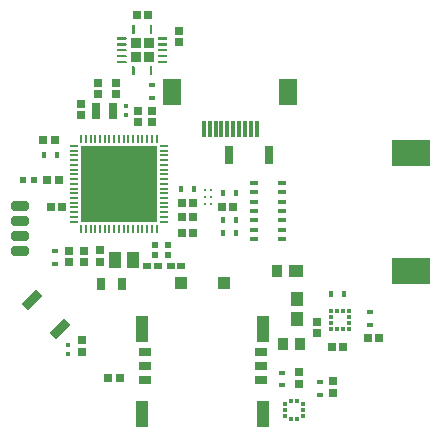
<source format=gbp>
G04*
G04 #@! TF.GenerationSoftware,Altium Limited,Altium NEXUS,3.0.10 (100)*
G04*
G04 Layer_Color=128*
%FSLAX44Y44*%
%MOMM*%
G71*
G01*
G75*
G04:AMPARAMS|DCode=16|XSize=0.8mm|YSize=1.5mm|CornerRadius=0.2mm|HoleSize=0mm|Usage=FLASHONLY|Rotation=90.000|XOffset=0mm|YOffset=0mm|HoleType=Round|Shape=RoundedRectangle|*
%AMROUNDEDRECTD16*
21,1,0.8000,1.1000,0,0,90.0*
21,1,0.4000,1.5000,0,0,90.0*
1,1,0.4000,0.5500,0.2000*
1,1,0.4000,0.5500,-0.2000*
1,1,0.4000,-0.5500,-0.2000*
1,1,0.4000,-0.5500,0.2000*
%
%ADD16ROUNDEDRECTD16*%
%ADD22R,0.7600X0.7200*%
%ADD23R,0.4200X0.6200*%
%ADD24R,0.7200X0.7600*%
%ADD25R,0.6200X0.4200*%
%ADD32R,0.6500X1.0500*%
%ADD37R,0.4500X0.4500*%
%ADD62R,0.7400X0.7800*%
%ADD76R,0.9500X1.0500*%
%ADD80R,1.0000X0.8000*%
%ADD117R,0.8000X1.6000*%
%ADD119R,3.2000X2.2000*%
%ADD120R,0.3500X0.3750*%
%ADD121R,0.3750X0.3500*%
%ADD122R,0.3750X0.3500*%
%ADD123R,0.3500X0.3750*%
%ADD124R,0.6600X0.6200*%
%ADD125R,0.7800X0.7400*%
%ADD126R,0.5000X0.6000*%
%ADD162R,0.9900X1.3900*%
%ADD163R,0.7000X0.6500*%
G04:AMPARAMS|DCode=164|XSize=0.8mm|YSize=1.7mm|CornerRadius=0mm|HoleSize=0mm|Usage=FLASHONLY|Rotation=135.000|XOffset=0mm|YOffset=0mm|HoleType=Round|Shape=Rectangle|*
%AMROTATEDRECTD164*
4,1,4,0.8839,0.3182,-0.3182,-0.8839,-0.8839,-0.3182,0.3182,0.8839,0.8839,0.3182,0.0*
%
%ADD164ROTATEDRECTD164*%

%ADD165R,0.2000X0.2000*%
%ADD168R,0.7500X1.4000*%
%ADD169R,0.6000X0.5000*%
%ADD170R,1.0500X1.1500*%
%ADD171R,6.4000X6.4000*%
%ADD172R,0.6500X0.2500*%
%ADD173R,0.2500X0.6500*%
%ADD174R,1.1000X1.0000*%
%ADD175R,1.0000X2.3000*%
%ADD176R,0.3000X1.4000*%
%ADD177R,1.6000X2.2000*%
%ADD178R,0.7500X0.3500*%
%ADD200R,0.8200X0.8200*%
%ADD201R,1.0000X1.0000*%
G36*
X112400Y304000D02*
Y310850D01*
Y311079D01*
X112225Y311501D01*
X111901Y311825D01*
X111479Y312000D01*
X111250D01*
X111021D01*
X110599Y311825D01*
X110275Y311501D01*
X110100Y311079D01*
Y310850D01*
X110100D01*
Y304000D01*
X112400D01*
D02*
G37*
G36*
X97500Y314100D02*
X104350Y314100D01*
X104579D01*
X105001Y314275D01*
X105325Y314599D01*
X105500Y315021D01*
Y315250D01*
Y315479D01*
X105325Y315901D01*
X105001Y316225D01*
X104579Y316400D01*
X104350D01*
D01*
X97500D01*
Y314100D01*
D02*
G37*
G36*
Y319100D02*
X104350D01*
X104579D01*
X105001Y319275D01*
X105325Y319599D01*
X105500Y320021D01*
Y320250D01*
Y320479D01*
X105325Y320901D01*
X105001Y321225D01*
X104579Y321400D01*
X104350D01*
Y321400D01*
X97500D01*
Y319100D01*
D02*
G37*
G36*
Y324100D02*
X104350D01*
X104579D01*
X105001Y324275D01*
X105325Y324599D01*
X105500Y325021D01*
Y325250D01*
Y325479D01*
X105325Y325901D01*
X105001Y326225D01*
X104579Y326400D01*
X104350D01*
D01*
X97500D01*
Y324100D01*
D02*
G37*
G36*
Y329100D02*
X104350Y329100D01*
X104579D01*
X105001Y329275D01*
X105325Y329599D01*
X105500Y330021D01*
Y330250D01*
Y330479D01*
X105325Y330901D01*
X105001Y331225D01*
X104579Y331400D01*
X104350D01*
D01*
X97500D01*
Y329100D01*
D02*
G37*
G36*
Y334100D02*
X104350D01*
X104579D01*
X105001Y334275D01*
X105325Y334599D01*
X105500Y335021D01*
Y335250D01*
Y335479D01*
X105325Y335901D01*
X105001Y336225D01*
X104579Y336400D01*
X104350D01*
Y336400D01*
X97500D01*
Y334100D01*
D02*
G37*
G36*
X110100Y346500D02*
X110100Y339650D01*
Y339421D01*
X110275Y338999D01*
X110599Y338675D01*
X111021Y338500D01*
X111250D01*
X111479D01*
X111901Y338675D01*
X112225Y338999D01*
X112400Y339421D01*
Y339650D01*
D01*
Y346500D01*
X110100D01*
D02*
G37*
G36*
X127400Y304000D02*
X127400Y310850D01*
Y311079D01*
X127225Y311501D01*
X126901Y311825D01*
X126479Y312000D01*
X126250D01*
X126021D01*
X125599Y311825D01*
X125275Y311501D01*
X125100Y311079D01*
Y310850D01*
D01*
Y304000D01*
X127400D01*
D02*
G37*
G36*
X140000Y316400D02*
X133150D01*
X132921D01*
X132499Y316225D01*
X132175Y315901D01*
X132000Y315479D01*
Y315250D01*
Y315021D01*
X132175Y314599D01*
X132499Y314275D01*
X132921Y314100D01*
X133150D01*
Y314100D01*
X140000D01*
Y316400D01*
D02*
G37*
G36*
Y321400D02*
X133150Y321400D01*
X132921D01*
X132499Y321225D01*
X132175Y320901D01*
X132000Y320479D01*
Y320250D01*
Y320021D01*
X132175Y319599D01*
X132499Y319275D01*
X132921Y319100D01*
X133150D01*
D01*
X140000D01*
Y321400D01*
D02*
G37*
G36*
Y326400D02*
X133150D01*
X132921D01*
X132499Y326225D01*
X132175Y325901D01*
X132000Y325479D01*
Y325250D01*
Y325021D01*
X132175Y324599D01*
X132499Y324275D01*
X132921Y324100D01*
X133150D01*
D01*
X140000D01*
Y326400D01*
D02*
G37*
G36*
Y331400D02*
X133150D01*
X132921D01*
X132499Y331225D01*
X132175Y330901D01*
X132000Y330479D01*
Y330250D01*
Y330021D01*
X132175Y329599D01*
X132499Y329275D01*
X132921Y329100D01*
X133150D01*
Y329100D01*
X140000D01*
Y331400D01*
D02*
G37*
G36*
Y336400D02*
X133150Y336400D01*
X132921D01*
X132499Y336225D01*
X132175Y335901D01*
X132000Y335479D01*
Y335250D01*
Y335021D01*
X132175Y334599D01*
X132499Y334275D01*
X132921Y334100D01*
X133150D01*
D01*
X140000D01*
Y336400D01*
D02*
G37*
G36*
X125100Y346500D02*
Y339650D01*
Y339421D01*
X125275Y338999D01*
X125599Y338675D01*
X126021Y338500D01*
X126250D01*
X126479D01*
X126901Y338675D01*
X127225Y338999D01*
X127400Y339421D01*
Y339650D01*
X127400D01*
Y346500D01*
X125100D01*
D02*
G37*
D16*
X15000Y193400D02*
D03*
Y180700D02*
D03*
Y168000D02*
D03*
Y155300D02*
D03*
D22*
X289150Y73500D02*
D03*
X279350D02*
D03*
X309950Y81500D02*
D03*
X319550D02*
D03*
X113950Y355000D02*
D03*
X123550D02*
D03*
X152200Y196000D02*
D03*
X161800D02*
D03*
X44636Y249000D02*
D03*
X35036D02*
D03*
X152200Y183750D02*
D03*
X161800D02*
D03*
X50800Y192000D02*
D03*
X41200D02*
D03*
X99800Y47565D02*
D03*
X90200D02*
D03*
X195942Y192000D02*
D03*
X186342D02*
D03*
D23*
X278750Y118500D02*
D03*
X289750D02*
D03*
X151949Y208000D02*
D03*
X162949D02*
D03*
X46220Y236173D02*
D03*
X35221D02*
D03*
X198142Y170000D02*
D03*
X187142D02*
D03*
X198142Y181000D02*
D03*
X187142D02*
D03*
X198142Y204000D02*
D03*
X187142D02*
D03*
D24*
X280500Y35200D02*
D03*
Y44800D02*
D03*
X267000Y95050D02*
D03*
Y85450D02*
D03*
X251500Y42700D02*
D03*
Y52300D02*
D03*
X67500Y79550D02*
D03*
Y69950D02*
D03*
X149500Y341800D02*
D03*
Y332200D02*
D03*
X81750Y287850D02*
D03*
Y297650D02*
D03*
X96750Y297650D02*
D03*
Y287850D02*
D03*
X56500Y155292D02*
D03*
Y145692D02*
D03*
X127000Y264287D02*
D03*
Y273887D02*
D03*
X69750Y155542D02*
D03*
Y145942D02*
D03*
X67000Y270153D02*
D03*
Y279753D02*
D03*
X115319Y264288D02*
D03*
Y273888D02*
D03*
D25*
X312000Y92600D02*
D03*
Y103600D02*
D03*
X237250Y41250D02*
D03*
X237250Y52250D02*
D03*
X269250Y44000D02*
D03*
Y33000D02*
D03*
X44836Y155492D02*
D03*
Y144492D02*
D03*
X127000Y284453D02*
D03*
Y295453D02*
D03*
D32*
X101250Y126815D02*
D03*
X84250D02*
D03*
D37*
X56250Y67750D02*
D03*
Y75750D02*
D03*
X104886Y269887D02*
D03*
Y277887D02*
D03*
D62*
X83000Y155642D02*
D03*
Y145842D02*
D03*
D76*
X232750Y138000D02*
D03*
X247250D02*
D03*
X238000Y76190D02*
D03*
X252500D02*
D03*
D80*
X219000Y45625D02*
D03*
Y57625D02*
D03*
X219000Y69625D02*
D03*
X121000D02*
D03*
X121000Y57625D02*
D03*
Y45625D02*
D03*
D117*
X192000Y236000D02*
D03*
X226000D02*
D03*
D119*
X346000Y138000D02*
D03*
Y238000D02*
D03*
D120*
X288500Y104375D02*
D03*
X283500D02*
D03*
Y89125D02*
D03*
X288500D02*
D03*
D121*
X278375Y104250D02*
D03*
Y99250D02*
D03*
Y94250D02*
D03*
Y89250D02*
D03*
X293625D02*
D03*
Y94250D02*
D03*
Y99250D02*
D03*
Y104250D02*
D03*
D122*
X239625Y25500D02*
D03*
Y20500D02*
D03*
Y15500D02*
D03*
X254875D02*
D03*
Y20500D02*
D03*
Y25500D02*
D03*
D123*
X244750Y12875D02*
D03*
X249750D02*
D03*
Y28125D02*
D03*
X244750D02*
D03*
D124*
X131793Y142742D02*
D03*
X122993D02*
D03*
X142857Y142500D02*
D03*
X151657D02*
D03*
D125*
X152100Y170000D02*
D03*
X161900D02*
D03*
D126*
X27250Y215250D02*
D03*
X18250D02*
D03*
D162*
X110550Y147742D02*
D03*
X95450D02*
D03*
D163*
X38500Y215500D02*
D03*
X48000D02*
D03*
D164*
X49521Y89229D02*
D03*
X25479Y113271D02*
D03*
D165*
X171999Y194882D02*
D03*
Y200751D02*
D03*
Y206620D02*
D03*
X177000Y194882D02*
D03*
Y200751D02*
D03*
Y206620D02*
D03*
D168*
X94250Y273887D02*
D03*
X79750D02*
D03*
D169*
X140892Y160117D02*
D03*
X129894D02*
D03*
X129893Y151616D02*
D03*
X140892Y151616D02*
D03*
D170*
X250000Y97815D02*
D03*
Y114315D02*
D03*
D171*
X99000Y212000D02*
D03*
D172*
X60750Y244000D02*
D03*
Y240000D02*
D03*
Y236000D02*
D03*
Y232000D02*
D03*
Y228000D02*
D03*
Y224000D02*
D03*
Y220000D02*
D03*
Y216000D02*
D03*
Y212000D02*
D03*
Y208000D02*
D03*
Y204000D02*
D03*
Y200000D02*
D03*
Y196000D02*
D03*
Y192000D02*
D03*
Y188000D02*
D03*
Y184000D02*
D03*
Y180000D02*
D03*
X137250D02*
D03*
Y184000D02*
D03*
Y188000D02*
D03*
Y192000D02*
D03*
Y196000D02*
D03*
Y200000D02*
D03*
Y204000D02*
D03*
Y208000D02*
D03*
Y212000D02*
D03*
Y216000D02*
D03*
Y220000D02*
D03*
Y224000D02*
D03*
Y228000D02*
D03*
Y232000D02*
D03*
Y236000D02*
D03*
Y240000D02*
D03*
Y244000D02*
D03*
D173*
X67000Y173750D02*
D03*
X71000D02*
D03*
X75000D02*
D03*
X79000D02*
D03*
X83000D02*
D03*
X87000D02*
D03*
X91000D02*
D03*
X95000D02*
D03*
X99000D02*
D03*
X103000D02*
D03*
X107000D02*
D03*
X111000D02*
D03*
X115000D02*
D03*
X119000D02*
D03*
X123000D02*
D03*
X127000D02*
D03*
X131000D02*
D03*
Y250250D02*
D03*
X127000D02*
D03*
X123000D02*
D03*
X119000D02*
D03*
X115000D02*
D03*
X111000D02*
D03*
X107000D02*
D03*
X103000D02*
D03*
X99000D02*
D03*
X95000D02*
D03*
X91000D02*
D03*
X87000D02*
D03*
X83000D02*
D03*
X79000D02*
D03*
X75000D02*
D03*
X71000D02*
D03*
X67000D02*
D03*
D174*
X151800Y128375D02*
D03*
X188200D02*
D03*
D175*
X119000Y89125D02*
D03*
X221000D02*
D03*
Y17125D02*
D03*
X119000D02*
D03*
D176*
X170892Y258453D02*
D03*
X175892D02*
D03*
X180892D02*
D03*
X185892D02*
D03*
X190892D02*
D03*
X195892D02*
D03*
X200892D02*
D03*
X205892D02*
D03*
X210892D02*
D03*
X215892D02*
D03*
D177*
X144392Y289953D02*
D03*
X242392D02*
D03*
D178*
X213392Y213000D02*
D03*
Y205000D02*
D03*
Y197000D02*
D03*
Y189000D02*
D03*
Y181000D02*
D03*
Y173000D02*
D03*
Y165000D02*
D03*
X237392D02*
D03*
Y173000D02*
D03*
Y181000D02*
D03*
Y189000D02*
D03*
Y197000D02*
D03*
Y205000D02*
D03*
Y213000D02*
D03*
D200*
X113150Y319650D02*
D03*
X124350D02*
D03*
X113150Y330850D02*
D03*
X124350D02*
D03*
D201*
X250000Y138000D02*
D03*
M02*

</source>
